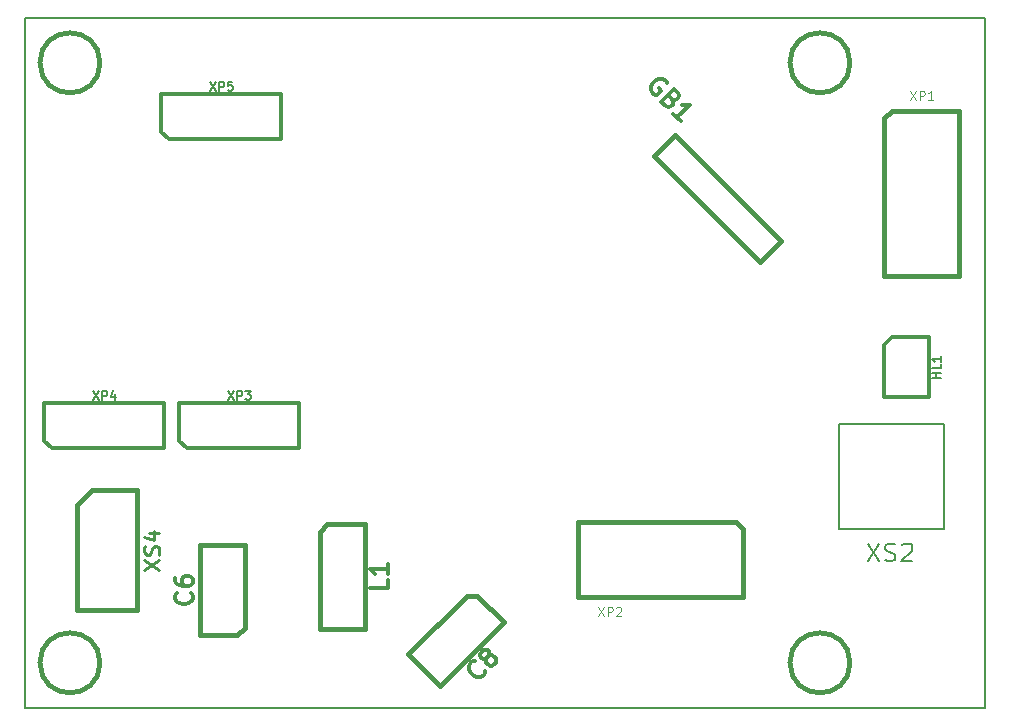
<source format=gto>
%TF.FileFunction,Legend,Top*%
%FSLAX46Y46*%
G04 Gerber Fmt 4.6, Leading zero omitted, Abs format (unit mm)*
G04 Created by KiCad (PCBNEW (2014-08-20 BZR 5085)-product) date Wed 10 Sep 2014 10:30:42 AM EEST*
%MOMM*%
G01*
G04 APERTURE LIST*
%ADD10C,0.150000*%
%ADD11C,0.381000*%
%ADD12C,0.304800*%
%ADD13C,0.254000*%
%ADD14C,0.190500*%
%ADD15C,0.030480*%
%ADD16C,2.900000*%
%ADD17R,2.178000X2.178000*%
%ADD18C,2.178000*%
%ADD19C,2.200000*%
%ADD20R,2.899360X2.899360*%
%ADD21C,2.899360*%
%ADD22C,3.501340*%
G04 APERTURE END LIST*
D10*
X0Y0D02*
X81280000Y0D01*
X0Y-58420000D02*
X0Y0D01*
X81280000Y-58420000D02*
X0Y-58420000D01*
X81280000Y0D02*
X81280000Y-58420000D01*
X68961000Y-34417000D02*
X68961000Y-43307000D01*
X68961000Y-43307000D02*
X77851000Y-43307000D01*
X77851000Y-43307000D02*
X77851000Y-34417000D01*
X77851000Y-34417000D02*
X68961000Y-34417000D01*
D11*
X14795500Y-52260500D02*
X17970500Y-52260500D01*
X17970500Y-52260500D02*
X18605500Y-51625500D01*
X18605500Y-51625500D02*
X18605500Y-44640500D01*
X18605500Y-44640500D02*
X14795500Y-44640500D01*
X14795500Y-44640500D02*
X14795500Y-52260500D01*
X40540077Y-51181000D02*
X38295013Y-48935936D01*
X38295013Y-48935936D02*
X37396987Y-48935936D01*
X37396987Y-48935936D02*
X32457846Y-53875077D01*
X32457846Y-53875077D02*
X35151923Y-56569154D01*
X35151923Y-56569154D02*
X40540077Y-51181000D01*
X28765500Y-42862500D02*
X25590500Y-42862500D01*
X25590500Y-42862500D02*
X24955500Y-43497500D01*
X24955500Y-43497500D02*
X24955500Y-51752500D01*
X24955500Y-51752500D02*
X28765500Y-51752500D01*
X28765500Y-51752500D02*
X28765500Y-42862500D01*
X64053449Y-18886898D02*
X55073193Y-9906641D01*
X62257398Y-20682949D02*
X53277141Y-11702693D01*
X55073193Y-9906641D02*
X53277141Y-11702693D01*
X62257398Y-20682949D02*
X64053449Y-18886898D01*
X9525000Y-40005000D02*
X5715000Y-40005000D01*
X5715000Y-40005000D02*
X4445000Y-41275000D01*
X4445000Y-41275000D02*
X4445000Y-50165000D01*
X4445000Y-50165000D02*
X9525000Y-50165000D01*
X9525000Y-50165000D02*
X9525000Y-40005000D01*
D12*
X76581000Y-27051000D02*
X73406000Y-27051000D01*
X73406000Y-27051000D02*
X72771000Y-27686000D01*
X72771000Y-32131000D02*
X76581000Y-32131000D01*
X72771000Y-27686000D02*
X72771000Y-32131000D01*
X76581000Y-27051000D02*
X76581000Y-32131000D01*
D11*
X79121000Y-7874000D02*
X73406000Y-7874000D01*
X73406000Y-7874000D02*
X72771000Y-8509000D01*
X72771000Y-8509000D02*
X72771000Y-21844000D01*
X72771000Y-21844000D02*
X79121000Y-21844000D01*
X79121000Y-21844000D02*
X79121000Y-7874000D01*
X60833000Y-49022000D02*
X60833000Y-43307000D01*
X60833000Y-43307000D02*
X60198000Y-42672000D01*
X60198000Y-42672000D02*
X46863000Y-42672000D01*
X46863000Y-42672000D02*
X46863000Y-49022000D01*
X46863000Y-49022000D02*
X60833000Y-49022000D01*
D12*
X13081000Y-32639000D02*
X13081000Y-35814000D01*
X13081000Y-35814000D02*
X13716000Y-36449000D01*
X13716000Y-36449000D02*
X23241000Y-36449000D01*
X23241000Y-36449000D02*
X23241000Y-32639000D01*
X23241000Y-32639000D02*
X13081000Y-32639000D01*
X1651000Y-32639000D02*
X1651000Y-35814000D01*
X1651000Y-35814000D02*
X2286000Y-36449000D01*
X2286000Y-36449000D02*
X11811000Y-36449000D01*
X11811000Y-36449000D02*
X11811000Y-32639000D01*
X11811000Y-32639000D02*
X1651000Y-32639000D01*
X11557000Y-6477000D02*
X11557000Y-9652000D01*
X11557000Y-9652000D02*
X12192000Y-10287000D01*
X12192000Y-10287000D02*
X21717000Y-10287000D01*
X21717000Y-10287000D02*
X21717000Y-6477000D01*
X21717000Y-6477000D02*
X11557000Y-6477000D01*
D11*
X69850000Y-3810000D02*
G75*
G03X69850000Y-3810000I-2540000J0D01*
G74*
G01*
X6350000Y-3810000D02*
G75*
G03X6350000Y-3810000I-2540000J0D01*
G74*
G01*
X6350000Y-54610000D02*
G75*
G03X6350000Y-54610000I-2540000J0D01*
G74*
G01*
X69850000Y-54610000D02*
G75*
G03X69850000Y-54610000I-2540000J0D01*
G74*
G01*
D10*
X71350430Y-44517571D02*
X72350430Y-46017571D01*
X72350430Y-44517571D02*
X71350430Y-46017571D01*
X72850429Y-45946143D02*
X73064715Y-46017571D01*
X73421858Y-46017571D01*
X73564715Y-45946143D01*
X73636144Y-45874714D01*
X73707572Y-45731857D01*
X73707572Y-45589000D01*
X73636144Y-45446143D01*
X73564715Y-45374714D01*
X73421858Y-45303286D01*
X73136144Y-45231857D01*
X72993286Y-45160429D01*
X72921858Y-45089000D01*
X72850429Y-44946143D01*
X72850429Y-44803286D01*
X72921858Y-44660429D01*
X72993286Y-44589000D01*
X73136144Y-44517571D01*
X73493286Y-44517571D01*
X73707572Y-44589000D01*
X74279000Y-44660429D02*
X74350429Y-44589000D01*
X74493286Y-44517571D01*
X74850429Y-44517571D01*
X74993286Y-44589000D01*
X75064715Y-44660429D01*
X75136143Y-44803286D01*
X75136143Y-44946143D01*
X75064715Y-45160429D01*
X74207572Y-46017571D01*
X75136143Y-46017571D01*
D12*
X14069786Y-48704500D02*
X14142357Y-48777071D01*
X14214929Y-48994785D01*
X14214929Y-49139928D01*
X14142357Y-49357643D01*
X13997214Y-49502785D01*
X13852071Y-49575357D01*
X13561786Y-49647928D01*
X13344071Y-49647928D01*
X13053786Y-49575357D01*
X12908643Y-49502785D01*
X12763500Y-49357643D01*
X12690929Y-49139928D01*
X12690929Y-48994785D01*
X12763500Y-48777071D01*
X12836071Y-48704500D01*
X12690929Y-47398214D02*
X12690929Y-47688500D01*
X12763500Y-47833643D01*
X12836071Y-47906214D01*
X13053786Y-48051357D01*
X13344071Y-48123928D01*
X13924643Y-48123928D01*
X14069786Y-48051357D01*
X14142357Y-47978785D01*
X14214929Y-47833643D01*
X14214929Y-47543357D01*
X14142357Y-47398214D01*
X14069786Y-47325643D01*
X13924643Y-47253071D01*
X13561786Y-47253071D01*
X13416643Y-47325643D01*
X13344071Y-47398214D01*
X13271500Y-47543357D01*
X13271500Y-47833643D01*
X13344071Y-47978785D01*
X13416643Y-48051357D01*
X13561786Y-48123928D01*
X38949289Y-55337575D02*
X38949289Y-55440206D01*
X38846658Y-55645470D01*
X38744027Y-55748101D01*
X38538763Y-55850733D01*
X38333500Y-55850732D01*
X38179553Y-55799417D01*
X37922975Y-55645470D01*
X37769027Y-55491522D01*
X37615080Y-55234944D01*
X37563764Y-55080996D01*
X37563764Y-54875734D01*
X37666396Y-54670470D01*
X37769028Y-54567839D01*
X37974290Y-54465207D01*
X38076921Y-54465207D01*
X39051920Y-54208629D02*
X38897974Y-54259944D01*
X38795342Y-54259945D01*
X38641395Y-54208629D01*
X38590079Y-54157312D01*
X38538763Y-54003365D01*
X38538764Y-53900734D01*
X38590079Y-53746787D01*
X38795342Y-53541524D01*
X38949289Y-53490208D01*
X39051920Y-53490208D01*
X39205868Y-53541524D01*
X39257184Y-53592840D01*
X39308499Y-53746787D01*
X39308499Y-53849418D01*
X39257183Y-54003365D01*
X39051920Y-54208629D01*
X39000605Y-54362576D01*
X39000605Y-54465207D01*
X39051921Y-54619154D01*
X39257184Y-54824417D01*
X39411131Y-54875734D01*
X39513763Y-54875733D01*
X39667710Y-54824418D01*
X39872973Y-54619155D01*
X39924288Y-54465207D01*
X39924288Y-54362576D01*
X39872973Y-54208629D01*
X39667710Y-54003365D01*
X39513762Y-53952050D01*
X39411131Y-53952050D01*
X39257183Y-54003365D01*
X30724929Y-47561500D02*
X30724929Y-48287214D01*
X29200929Y-48287214D01*
X30724929Y-46255214D02*
X30724929Y-47126071D01*
X30724929Y-46690643D02*
X29200929Y-46690643D01*
X29418643Y-46835786D01*
X29563786Y-46980928D01*
X29636357Y-47126071D01*
X54379079Y-5549449D02*
X54327763Y-5395502D01*
X54173816Y-5241555D01*
X53968553Y-5138922D01*
X53763291Y-5138923D01*
X53609343Y-5190238D01*
X53352765Y-5344185D01*
X53198817Y-5498133D01*
X53044870Y-5754711D01*
X52993555Y-5908659D01*
X52993554Y-6113921D01*
X53096185Y-6319185D01*
X53198817Y-6421817D01*
X53404080Y-6524448D01*
X53506711Y-6524448D01*
X53865921Y-6165238D01*
X53660659Y-5959975D01*
X54789605Y-6883658D02*
X54892237Y-7088921D01*
X54892237Y-7191553D01*
X54840921Y-7345500D01*
X54686974Y-7499447D01*
X54533026Y-7550763D01*
X54430395Y-7550762D01*
X54276448Y-7499448D01*
X53865921Y-7088921D01*
X54943552Y-6011291D01*
X55302762Y-6370501D01*
X55354079Y-6524448D01*
X55354079Y-6627079D01*
X55302763Y-6781026D01*
X55200132Y-6883658D01*
X55046184Y-6934974D01*
X54943553Y-6934974D01*
X54789605Y-6883658D01*
X54430395Y-6524448D01*
X55508026Y-8731025D02*
X54892237Y-8115237D01*
X55200131Y-8423131D02*
X56277762Y-7345500D01*
X56021183Y-7396815D01*
X55815920Y-7396816D01*
X55661973Y-7345500D01*
D13*
X10099524Y-46717857D02*
X11369524Y-45871191D01*
X10099524Y-45871191D02*
X11369524Y-46717857D01*
X11309048Y-45447857D02*
X11369524Y-45266429D01*
X11369524Y-44964048D01*
X11309048Y-44843095D01*
X11248571Y-44782619D01*
X11127619Y-44722143D01*
X11006667Y-44722143D01*
X10885714Y-44782619D01*
X10825238Y-44843095D01*
X10764762Y-44964048D01*
X10704286Y-45205952D01*
X10643810Y-45326905D01*
X10583333Y-45387381D01*
X10462381Y-45447857D01*
X10341429Y-45447857D01*
X10220476Y-45387381D01*
X10160000Y-45326905D01*
X10099524Y-45205952D01*
X10099524Y-44903572D01*
X10160000Y-44722143D01*
X10522857Y-43633571D02*
X11369524Y-43633571D01*
X10039048Y-43935952D02*
X10946190Y-44238333D01*
X10946190Y-43452143D01*
D14*
X77560714Y-30479999D02*
X76798714Y-30479999D01*
X77161571Y-30479999D02*
X77161571Y-30044571D01*
X77560714Y-30044571D02*
X76798714Y-30044571D01*
X77560714Y-29318856D02*
X77560714Y-29681713D01*
X76798714Y-29681713D01*
X77560714Y-28665714D02*
X77560714Y-29101142D01*
X77560714Y-28883428D02*
X76798714Y-28883428D01*
X76907571Y-28955999D01*
X76980143Y-29028571D01*
X77016429Y-29101142D01*
D15*
X74948143Y-6186714D02*
X75456143Y-6948714D01*
X75456143Y-6186714D02*
X74948143Y-6948714D01*
X75746429Y-6948714D02*
X75746429Y-6186714D01*
X76036714Y-6186714D01*
X76109286Y-6223000D01*
X76145571Y-6259286D01*
X76181857Y-6331857D01*
X76181857Y-6440714D01*
X76145571Y-6513286D01*
X76109286Y-6549571D01*
X76036714Y-6585857D01*
X75746429Y-6585857D01*
X76907571Y-6948714D02*
X76472143Y-6948714D01*
X76689857Y-6948714D02*
X76689857Y-6186714D01*
X76617286Y-6295571D01*
X76544714Y-6368143D01*
X76472143Y-6404429D01*
X48532143Y-49874714D02*
X49040143Y-50636714D01*
X49040143Y-49874714D02*
X48532143Y-50636714D01*
X49330429Y-50636714D02*
X49330429Y-49874714D01*
X49620714Y-49874714D01*
X49693286Y-49911000D01*
X49729571Y-49947286D01*
X49765857Y-50019857D01*
X49765857Y-50128714D01*
X49729571Y-50201286D01*
X49693286Y-50237571D01*
X49620714Y-50273857D01*
X49330429Y-50273857D01*
X50056143Y-49947286D02*
X50092429Y-49911000D01*
X50165000Y-49874714D01*
X50346429Y-49874714D01*
X50419000Y-49911000D01*
X50455286Y-49947286D01*
X50491571Y-50019857D01*
X50491571Y-50092429D01*
X50455286Y-50201286D01*
X50019857Y-50636714D01*
X50491571Y-50636714D01*
D14*
X17163143Y-31586714D02*
X17671143Y-32348714D01*
X17671143Y-31586714D02*
X17163143Y-32348714D01*
X17961429Y-32348714D02*
X17961429Y-31586714D01*
X18251714Y-31586714D01*
X18324286Y-31623000D01*
X18360571Y-31659286D01*
X18396857Y-31731857D01*
X18396857Y-31840714D01*
X18360571Y-31913286D01*
X18324286Y-31949571D01*
X18251714Y-31985857D01*
X17961429Y-31985857D01*
X18650857Y-31586714D02*
X19122571Y-31586714D01*
X18868571Y-31877000D01*
X18977429Y-31877000D01*
X19050000Y-31913286D01*
X19086286Y-31949571D01*
X19122571Y-32022143D01*
X19122571Y-32203571D01*
X19086286Y-32276143D01*
X19050000Y-32312429D01*
X18977429Y-32348714D01*
X18759714Y-32348714D01*
X18687143Y-32312429D01*
X18650857Y-32276143D01*
X5733143Y-31586714D02*
X6241143Y-32348714D01*
X6241143Y-31586714D02*
X5733143Y-32348714D01*
X6531429Y-32348714D02*
X6531429Y-31586714D01*
X6821714Y-31586714D01*
X6894286Y-31623000D01*
X6930571Y-31659286D01*
X6966857Y-31731857D01*
X6966857Y-31840714D01*
X6930571Y-31913286D01*
X6894286Y-31949571D01*
X6821714Y-31985857D01*
X6531429Y-31985857D01*
X7620000Y-31840714D02*
X7620000Y-32348714D01*
X7438571Y-31550429D02*
X7257143Y-32094714D01*
X7728857Y-32094714D01*
X15639143Y-5424714D02*
X16147143Y-6186714D01*
X16147143Y-5424714D02*
X15639143Y-6186714D01*
X16437429Y-6186714D02*
X16437429Y-5424714D01*
X16727714Y-5424714D01*
X16800286Y-5461000D01*
X16836571Y-5497286D01*
X16872857Y-5569857D01*
X16872857Y-5678714D01*
X16836571Y-5751286D01*
X16800286Y-5787571D01*
X16727714Y-5823857D01*
X16437429Y-5823857D01*
X17562286Y-5424714D02*
X17199429Y-5424714D01*
X17163143Y-5787571D01*
X17199429Y-5751286D01*
X17272000Y-5715000D01*
X17453429Y-5715000D01*
X17526000Y-5751286D01*
X17562286Y-5787571D01*
X17598571Y-5860143D01*
X17598571Y-6041571D01*
X17562286Y-6114143D01*
X17526000Y-6150429D01*
X17453429Y-6186714D01*
X17272000Y-6186714D01*
X17199429Y-6150429D01*
X17163143Y-6114143D01*
%LPC*%
D16*
X73406000Y-38862000D03*
X70866000Y-36322000D03*
X70866000Y-41402000D03*
X75946000Y-41402000D03*
X75946000Y-36322000D03*
D17*
X16700500Y-50355500D03*
D18*
X16700500Y-46545500D03*
D10*
G36*
X37846000Y-49640921D02*
X39386079Y-51181000D01*
X37846000Y-52721079D01*
X36305921Y-51181000D01*
X37846000Y-49640921D01*
X37846000Y-49640921D01*
G37*
D18*
X35151923Y-53875077D03*
D17*
X26860500Y-44767500D03*
D18*
X26860500Y-49847500D03*
D19*
X25980000Y-13314000D03*
X10080000Y-25314000D03*
D10*
G36*
X67389579Y-22479000D02*
X65849500Y-24019079D01*
X64309421Y-22479000D01*
X65849500Y-20938921D01*
X67389579Y-22479000D01*
X67389579Y-22479000D01*
G37*
D18*
X51481090Y-8110590D03*
D20*
X6985000Y-42545000D03*
D21*
X6985000Y-47546260D03*
D17*
X74676000Y-28321000D03*
D18*
X74676000Y-30861000D03*
D17*
X74676000Y-9779000D03*
D18*
X77216000Y-9779000D03*
X74676000Y-12319000D03*
X77216000Y-12319000D03*
X74676000Y-14859000D03*
X77216000Y-14859000D03*
X74676000Y-17399000D03*
X77216000Y-17399000D03*
X74676000Y-19939000D03*
X77216000Y-19939000D03*
D17*
X58928000Y-44577000D03*
D18*
X58928000Y-47117000D03*
X56388000Y-44577000D03*
X56388000Y-47117000D03*
X53848000Y-44577000D03*
X53848000Y-47117000D03*
X51308000Y-44577000D03*
X51308000Y-47117000D03*
X48768000Y-44577000D03*
X48768000Y-47117000D03*
D17*
X14351000Y-34544000D03*
D18*
X16891000Y-34544000D03*
X19431000Y-34544000D03*
X21971000Y-34544000D03*
D17*
X2921000Y-34544000D03*
D18*
X5461000Y-34544000D03*
X8001000Y-34544000D03*
X10541000Y-34544000D03*
D17*
X12827000Y-8382000D03*
D18*
X15367000Y-8382000D03*
X17907000Y-8382000D03*
X20447000Y-8382000D03*
D22*
X67310000Y-3810000D03*
X3810000Y-3810000D03*
X3810000Y-54610000D03*
X67310000Y-54610000D03*
D18*
X42418000Y-41148000D03*
X28575000Y-38227000D03*
X44577000Y-40386000D03*
X28575000Y-31115000D03*
X12700000Y-38481000D03*
X29083000Y-33147000D03*
X28575000Y-36068000D03*
X37338000Y-38608000D03*
M02*

</source>
